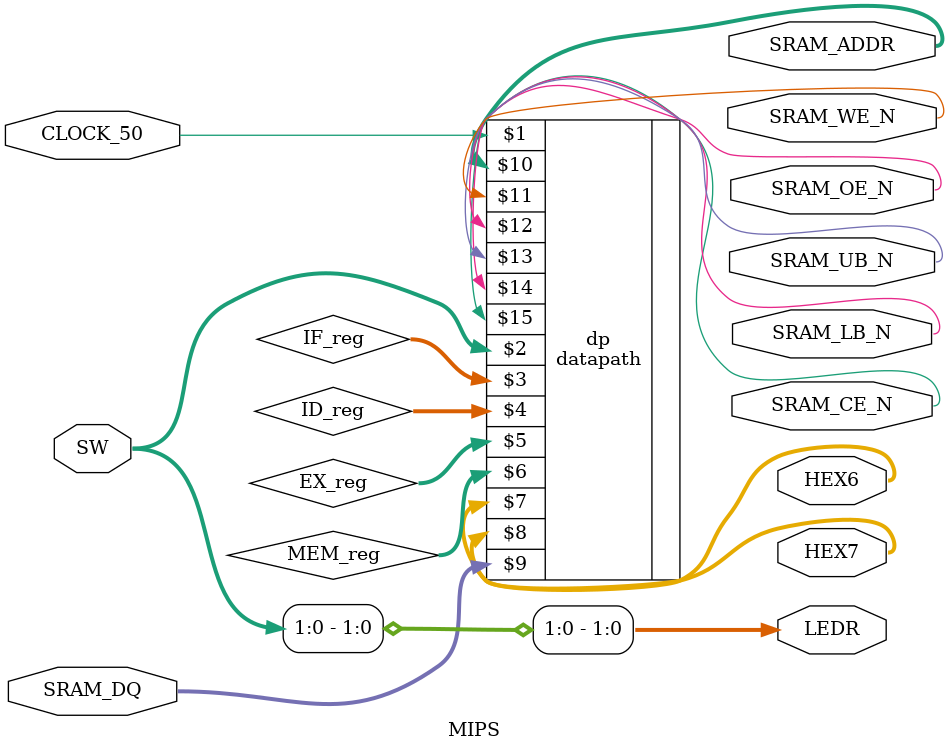
<source format=v>
module MIPS ( input CLOCK_50 , input [17:0] SW , output [17:0] LEDR , output [7:0] HEX7 , HEX6 , 
inout		[15:0]	SRAM_DQ,
output 	[17:0]	SRAM_ADDR,
output				SRAM_WE_N, SRAM_OE_N, SRAM_UB_N, SRAM_LB_N, SRAM_CE_N
);

wire	[15:0] IF_reg ;
wire 	[62:0] ID_reg ;
wire	[37:0] EX_reg ;
wire	[36:0] MEM_reg ;
wire	[36:0] WR_reg;    


assign LEDR[0] = SW[0];
assign LEDR[1] = SW[1];


datapath dp ( CLOCK_50 , SW , IF_reg , ID_reg , EX_reg , MEM_reg , HEX6 , HEX7, 
SRAM_DQ, SRAM_ADDR, SRAM_WE_N, SRAM_OE_N, SRAM_UB_N, SRAM_LB_N, SRAM_CE_N
 );




endmodule 
</source>
